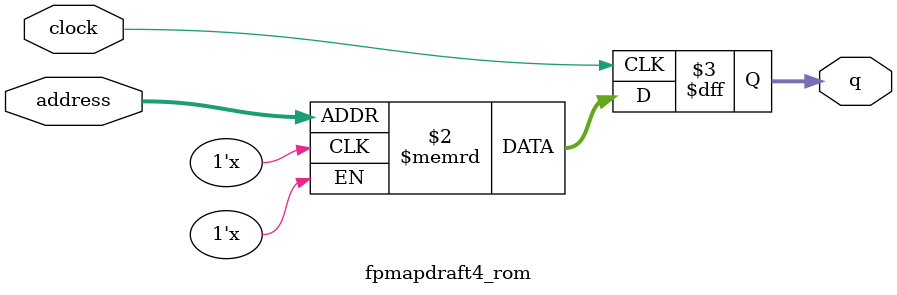
<source format=sv>
module fpmapdraft4_rom (
	input logic clock,
	input logic [17:0] address,
	output logic [3:0] q
);

logic [3:0] memory [0:153599] /* synthesis ram_init_file = "./fpmapdraft4/fpmapdraft4.mif" */;

always_ff @ (posedge clock) begin
	q <= memory[address];
end

endmodule

</source>
